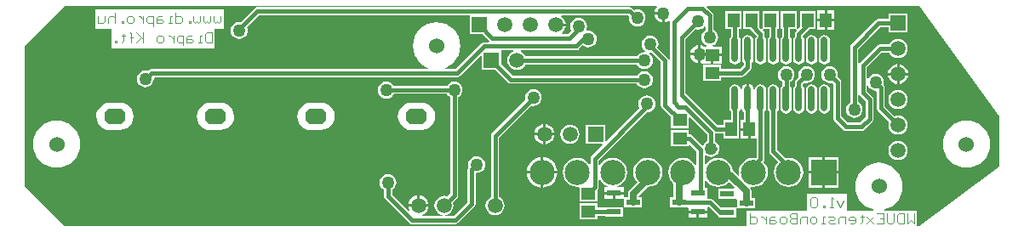
<source format=gbl>
%FSLAX25Y25*%
%MOIN*%
G70*
G01*
G75*
G04 Layer_Physical_Order=2*
G04 Layer_Color=16711680*
%ADD10R,0.04724X0.05315*%
%ADD11R,0.08071X0.01575*%
%ADD12R,0.04331X0.02559*%
%ADD13R,0.05315X0.04724*%
%ADD14R,0.04724X0.05512*%
%ADD15R,0.05512X0.04724*%
%ADD16R,0.07284X0.04724*%
%ADD17C,0.01500*%
%ADD18C,0.02500*%
%ADD19C,0.01000*%
%ADD20C,0.06000*%
%ADD21C,0.05906*%
%ADD22R,0.05906X0.05906*%
%ADD23R,0.05906X0.05906*%
%ADD24C,0.09843*%
%ADD25R,0.09843X0.09843*%
G04:AMPARAMS|DCode=26|XSize=78.74mil|YSize=60mil|CornerRadius=0mil|HoleSize=0mil|Usage=FLASHONLY|Rotation=0.000|XOffset=0mil|YOffset=0mil|HoleType=Round|Shape=Octagon|*
%AMOCTAGOND26*
4,1,8,0.03937,-0.01500,0.03937,0.01500,0.02437,0.03000,-0.02437,0.03000,-0.03937,0.01500,-0.03937,-0.01500,-0.02437,-0.03000,0.02437,-0.03000,0.03937,-0.01500,0.0*
%
%ADD26OCTAGOND26*%

%ADD27C,0.05000*%
%ADD28R,0.05512X0.02362*%
%ADD29O,0.02756X0.09843*%
%ADD30C,0.00394*%
G36*
X-67064Y431059D02*
X-65871Y430143D01*
X-64482Y429568D01*
X-62992Y429372D01*
X-61502Y429568D01*
X-60113Y430143D01*
X-58921Y431059D01*
X-58900Y431085D01*
X-58402Y431117D01*
X-56577Y429293D01*
X-56768Y428831D01*
X-62992D01*
Y424894D01*
X-55905D01*
Y424894D01*
X-55865D01*
X-55512Y424540D01*
Y421350D01*
X-55905D01*
Y421350D01*
X-61980D01*
X-65057Y424427D01*
X-65566Y424767D01*
X-65665Y424787D01*
X-66165Y424886D01*
X-67323D01*
Y425091D01*
X-67323D01*
Y429028D01*
X-68279D01*
Y431865D01*
X-67805Y432025D01*
X-67064Y431059D01*
D02*
G37*
G36*
X-53748Y460104D02*
X-53630Y459509D01*
X-53104Y458723D01*
X-52957Y458624D01*
Y455815D01*
X-54150D01*
Y452559D01*
X-50787D01*
Y452059D01*
X-50287D01*
Y448303D01*
X-47957D01*
Y441102D01*
X-48333Y440772D01*
X-49213Y440888D01*
X-50703Y440692D01*
X-52092Y440116D01*
X-53284Y439201D01*
X-54199Y438009D01*
X-54774Y436620D01*
X-54971Y435130D01*
X-54834Y434095D01*
X-55283Y433874D01*
X-57340Y435931D01*
X-57430Y436620D01*
X-58006Y438009D01*
X-58921Y439201D01*
X-60113Y440116D01*
X-61502Y440692D01*
X-62992Y440888D01*
X-64482Y440692D01*
X-65871Y440116D01*
X-67064Y439201D01*
X-67805Y438235D01*
X-68279Y438395D01*
Y441664D01*
X-67830Y441885D01*
X-67445Y441589D01*
X-66645Y441258D01*
X-65787Y441145D01*
X-64929Y441258D01*
X-64129Y441589D01*
X-63443Y442116D01*
X-62916Y442803D01*
X-62585Y443602D01*
X-62471Y444461D01*
X-62585Y445319D01*
X-62916Y446118D01*
X-63443Y446805D01*
X-64129Y447332D01*
X-64220Y447370D01*
Y450234D01*
X-63906Y450492D01*
X-61024D01*
Y448516D01*
X-54724D01*
Y455602D01*
X-54822D01*
Y458885D01*
X-54350Y459592D01*
X-54248Y460104D01*
X-53748D01*
D02*
G37*
G36*
X-87061Y500447D02*
X-86906Y499988D01*
X-87467Y499257D01*
X-87819Y498406D01*
X-87874Y497992D01*
X-84409D01*
Y497492D01*
X-83909D01*
Y494028D01*
X-83496Y494082D01*
X-82644Y494435D01*
X-82259Y494731D01*
X-81834Y494467D01*
X-81883Y494224D01*
Y479557D01*
X-82380Y479508D01*
X-82398Y479600D01*
X-82738Y480108D01*
X-86708Y484078D01*
X-86474Y484642D01*
X-86361Y485500D01*
X-86474Y486358D01*
X-86806Y487158D01*
X-87333Y487845D01*
X-88019Y488372D01*
X-88819Y488703D01*
X-89677Y488816D01*
X-90535Y488703D01*
X-91335Y488372D01*
X-92022Y487845D01*
X-92549Y487158D01*
X-92880Y486358D01*
X-92993Y485500D01*
X-92880Y484642D01*
X-92549Y483842D01*
X-92022Y483155D01*
X-91504Y482758D01*
X-91695Y482296D01*
X-91847Y482316D01*
X-92705Y482203D01*
X-93504Y481872D01*
X-94191Y481345D01*
X-94718Y480658D01*
X-94755Y480568D01*
X-138289D01*
X-138465Y480993D01*
X-139065Y481774D01*
X-139846Y482373D01*
X-140392Y482600D01*
X-140295Y483090D01*
X-118543D01*
X-118043Y483189D01*
X-117943Y483209D01*
X-117435Y483549D01*
X-116035Y484949D01*
X-115556Y484581D01*
X-114756Y484250D01*
X-113898Y484137D01*
X-113040Y484250D01*
X-112240Y484581D01*
X-111553Y485108D01*
X-111026Y485795D01*
X-110695Y486595D01*
X-110582Y487453D01*
X-110695Y488311D01*
X-111026Y489111D01*
X-111553Y489797D01*
X-112240Y490324D01*
X-113040Y490656D01*
X-113898Y490768D01*
X-114367Y490707D01*
X-114671Y491103D01*
X-114435Y491673D01*
X-114322Y492531D01*
X-114435Y493390D01*
X-114766Y494189D01*
X-115293Y494876D01*
X-115980Y495403D01*
X-116780Y495734D01*
X-117638Y495847D01*
X-118496Y495734D01*
X-119296Y495403D01*
X-119982Y494876D01*
X-120509Y494189D01*
X-120841Y493390D01*
X-120954Y492531D01*
X-120841Y491673D01*
X-120509Y490874D01*
X-120370Y490693D01*
X-121689Y489375D01*
X-124073D01*
X-124234Y489848D01*
X-123795Y490185D01*
X-123161Y491011D01*
X-122763Y491972D01*
X-122693Y492504D01*
X-126614D01*
Y493504D01*
X-122693D01*
X-122763Y494036D01*
X-123161Y494997D01*
X-123795Y495823D01*
X-124439Y496317D01*
X-124278Y496791D01*
X-98248D01*
X-97910Y496453D01*
X-98001Y495760D01*
X-97888Y494902D01*
X-97557Y494102D01*
X-97030Y493415D01*
X-96343Y492888D01*
X-95543Y492557D01*
X-94685Y492444D01*
X-93827Y492557D01*
X-93027Y492888D01*
X-92340Y493415D01*
X-91813Y494102D01*
X-91482Y494902D01*
X-91369Y495760D01*
X-91482Y496618D01*
X-91813Y497418D01*
X-92340Y498104D01*
X-93027Y498631D01*
X-93827Y498963D01*
X-94685Y499076D01*
X-95543Y498963D01*
X-95856Y498833D01*
X-96490Y499467D01*
X-96999Y499806D01*
X-97098Y499826D01*
X-97598Y499926D01*
X-243543D01*
X-244143Y499806D01*
X-244652Y499467D01*
X-249993Y494125D01*
X-250512Y494194D01*
X-251370Y494081D01*
X-252170Y493750D01*
X-252856Y493223D01*
X-253383Y492536D01*
X-253715Y491736D01*
X-253828Y490878D01*
X-253715Y490020D01*
X-253383Y489220D01*
X-252856Y488533D01*
X-252170Y488006D01*
X-251370Y487675D01*
X-250512Y487562D01*
X-249654Y487675D01*
X-248854Y488006D01*
X-248167Y488533D01*
X-247640Y489220D01*
X-247309Y490020D01*
X-247196Y490878D01*
X-247309Y491736D01*
X-247496Y492188D01*
X-242894Y496791D01*
X-160354D01*
Y496744D01*
X-160354D01*
Y489264D01*
X-155091D01*
X-152526Y486699D01*
X-152842Y486225D01*
X-154449D01*
X-155049Y486106D01*
X-155557Y485766D01*
X-165728Y475595D01*
X-169787D01*
X-169860Y476090D01*
X-169671Y476147D01*
X-168063Y477006D01*
X-166655Y478162D01*
X-165498Y479571D01*
X-164639Y481179D01*
X-164110Y482923D01*
X-163932Y484736D01*
X-164110Y486550D01*
X-164639Y488294D01*
X-165498Y489901D01*
X-166655Y491310D01*
X-168063Y492466D01*
X-169671Y493325D01*
X-171415Y493854D01*
X-173228Y494033D01*
X-175042Y493854D01*
X-176786Y493325D01*
X-178393Y492466D01*
X-179802Y491310D01*
X-180958Y489901D01*
X-181817Y488294D01*
X-182346Y486550D01*
X-182525Y484736D01*
X-182346Y482923D01*
X-181817Y481179D01*
X-180958Y479571D01*
X-179802Y478162D01*
X-178393Y477006D01*
X-176786Y476147D01*
X-176596Y476090D01*
X-176670Y475595D01*
X-285000D01*
X-285600Y475476D01*
X-285769Y475363D01*
X-286108Y475136D01*
X-286279Y474965D01*
X-286425Y475026D01*
X-287283Y475139D01*
X-288142Y475026D01*
X-288941Y474694D01*
X-289628Y474167D01*
X-290155Y473481D01*
X-290486Y472681D01*
X-290599Y471823D01*
X-290486Y470965D01*
X-290155Y470165D01*
X-289628Y469478D01*
X-288941Y468951D01*
X-288142Y468620D01*
X-287283Y468507D01*
X-286425Y468620D01*
X-285626Y468951D01*
X-284939Y469478D01*
X-284412Y470165D01*
X-284081Y470965D01*
X-283968Y471823D01*
X-284002Y472084D01*
X-283672Y472460D01*
X-165079D01*
X-164578Y472560D01*
X-164479Y472579D01*
X-163970Y472919D01*
X-155934Y480955D01*
X-155472Y480764D01*
Y475366D01*
X-150209D01*
X-145234Y470392D01*
X-144726Y470052D01*
X-144626Y470032D01*
X-144126Y469933D01*
X-94755D01*
X-94718Y469842D01*
X-94191Y469155D01*
X-93504Y468629D01*
X-92705Y468297D01*
X-91847Y468184D01*
X-90988Y468297D01*
X-90189Y468629D01*
X-89502Y469155D01*
X-88975Y469842D01*
X-88644Y470642D01*
X-88531Y471500D01*
X-88644Y472358D01*
X-88975Y473158D01*
X-89502Y473845D01*
X-90189Y474371D01*
X-90988Y474703D01*
X-91847Y474816D01*
X-92705Y474703D01*
X-93504Y474371D01*
X-94191Y473845D01*
X-94718Y473158D01*
X-94755Y473068D01*
X-143477D01*
X-147992Y477583D01*
Y482846D01*
D01*
Y482846D01*
X-147749Y483090D01*
X-143170D01*
X-143072Y482600D01*
X-143619Y482373D01*
X-144400Y481774D01*
X-144999Y480993D01*
X-145376Y480083D01*
X-145505Y479106D01*
X-145376Y478130D01*
X-144999Y477220D01*
X-144400Y476439D01*
X-143619Y475839D01*
X-142709Y475462D01*
X-141732Y475334D01*
X-140756Y475462D01*
X-139846Y475839D01*
X-139065Y476439D01*
X-138465Y477220D01*
X-138377Y477432D01*
X-94755D01*
X-94718Y477342D01*
X-94191Y476655D01*
X-93504Y476128D01*
X-92705Y475797D01*
X-91847Y475684D01*
X-90988Y475797D01*
X-90189Y476128D01*
X-89502Y476655D01*
X-88975Y477342D01*
X-88644Y478142D01*
X-88531Y479000D01*
X-88644Y479858D01*
X-88975Y480658D01*
X-89502Y481345D01*
X-90020Y481742D01*
X-89829Y482204D01*
X-89677Y482184D01*
X-89297Y482234D01*
X-85414Y478351D01*
Y461496D01*
X-85314Y460996D01*
X-85295Y460896D01*
X-84955Y460388D01*
X-81398Y456830D01*
Y452453D01*
X-74508D01*
Y456481D01*
X-74046Y456673D01*
X-67355Y449981D01*
Y447370D01*
X-67445Y447332D01*
X-68132Y446805D01*
X-68659Y446118D01*
X-68806Y445764D01*
X-69296Y445666D01*
X-73254Y449624D01*
X-73762Y449964D01*
X-73862Y449984D01*
X-74362Y450083D01*
X-74508D01*
Y451665D01*
X-81398D01*
Y445366D01*
X-74508D01*
Y445791D01*
X-74046Y445983D01*
X-71414Y443351D01*
Y438303D01*
X-71887Y438142D01*
X-72700Y439201D01*
X-73893Y440116D01*
X-75281Y440692D01*
X-76772Y440888D01*
X-78262Y440692D01*
X-79651Y440116D01*
X-80843Y439201D01*
X-81758Y438009D01*
X-82333Y436620D01*
X-82530Y435130D01*
X-82333Y433640D01*
X-81758Y432251D01*
X-80843Y431059D01*
X-80424Y430737D01*
Y425287D01*
X-81890D01*
Y421350D01*
X-78894D01*
X-78347Y421242D01*
X-77799Y421350D01*
X-74803D01*
D01*
X-74803D01*
X-74622Y421169D01*
Y420079D01*
X-67110D01*
Y421394D01*
X-66648Y421585D01*
X-63337Y418273D01*
X-62992Y418043D01*
Y417413D01*
X-55905D01*
Y421153D01*
X-55512D01*
Y421153D01*
X-52516D01*
X-51968Y421045D01*
X-51421Y421153D01*
X-48425D01*
Y425091D01*
X-49891D01*
Y427622D01*
X-50049Y428417D01*
X-50493Y429081D01*
X-50467Y429124D01*
X-50102Y429489D01*
X-49213Y429372D01*
X-47722Y429568D01*
X-46334Y430143D01*
X-45141Y431059D01*
X-44226Y432251D01*
X-43651Y433640D01*
X-43455Y435130D01*
X-43651Y436620D01*
X-44226Y438009D01*
X-45141Y439201D01*
X-45236Y439274D01*
X-44942Y439715D01*
X-44822Y440315D01*
Y458885D01*
X-44350Y459592D01*
X-44182Y460437D01*
Y467524D01*
X-44350Y468368D01*
X-44829Y469085D01*
X-45545Y469563D01*
X-46390Y469731D01*
X-47235Y469563D01*
X-47951Y469085D01*
X-48430Y468368D01*
X-48531Y467856D01*
X-49031D01*
X-49150Y468451D01*
X-49675Y469238D01*
X-50462Y469764D01*
X-50890Y469849D01*
Y463980D01*
X-51890D01*
Y469849D01*
X-52318Y469764D01*
X-53104Y469238D01*
X-53630Y468451D01*
X-53748Y467856D01*
X-54248D01*
X-54350Y468368D01*
X-54829Y469085D01*
X-55545Y469563D01*
X-56390Y469731D01*
X-57235Y469563D01*
X-57951Y469085D01*
X-58429Y468368D01*
X-58597Y467524D01*
Y460437D01*
X-58429Y459592D01*
X-57957Y458885D01*
Y455602D01*
X-61024D01*
Y453627D01*
X-63256D01*
X-75779Y466149D01*
Y487288D01*
X-71795Y491272D01*
X-71705Y491234D01*
X-70846Y491121D01*
X-69988Y491234D01*
X-69189Y491566D01*
X-68502Y492092D01*
X-68380Y492252D01*
X-67906Y492091D01*
Y490992D01*
X-67997Y490954D01*
X-68683Y490427D01*
X-69210Y489741D01*
X-69541Y488941D01*
X-69654Y488083D01*
X-69541Y487224D01*
X-69210Y486425D01*
X-68683Y485738D01*
X-67997Y485211D01*
X-67597Y485045D01*
X-67694Y484555D01*
X-68579D01*
X-68581Y484557D01*
X-69433Y484910D01*
X-69846Y484964D01*
Y481500D01*
Y478036D01*
X-69433Y478090D01*
X-69110Y477875D01*
Y477831D01*
X-65854D01*
Y481193D01*
X-65354D01*
Y481693D01*
X-61598D01*
Y484555D01*
X-64983D01*
X-65081Y485045D01*
X-64681Y485211D01*
X-63994Y485738D01*
X-63467Y486425D01*
X-63136Y487224D01*
X-63023Y488083D01*
X-63136Y488941D01*
X-63467Y489741D01*
X-63994Y490427D01*
X-64681Y490954D01*
X-64771Y490992D01*
Y496702D01*
X-64890Y497302D01*
X-65003Y497471D01*
X-65230Y497810D01*
X-67401Y499982D01*
X-67210Y500444D01*
X15787Y500430D01*
X15787Y500430D01*
X47244Y457177D01*
Y457059D01*
X47205Y457020D01*
Y437463D01*
X15787Y413900D01*
D01*
X15778Y413909D01*
X14835D01*
Y420117D01*
X2254D01*
X2181Y420611D01*
X3558Y421029D01*
X5165Y421888D01*
X6574Y423044D01*
X7730Y424453D01*
X8589Y426060D01*
X9118Y427804D01*
X9297Y429618D01*
X9118Y431432D01*
X8589Y433176D01*
X7730Y434783D01*
X6574Y436192D01*
X5165Y437348D01*
X3558Y438207D01*
X1814Y438736D01*
X0Y438915D01*
X-1814Y438736D01*
X-3558Y438207D01*
X-5165Y437348D01*
X-6574Y436192D01*
X-7730Y434783D01*
X-8589Y433176D01*
X-9118Y431432D01*
X-9297Y429618D01*
X-9118Y427804D01*
X-8589Y426060D01*
X-7730Y424453D01*
X-6574Y423044D01*
X-5165Y421888D01*
X-3558Y421029D01*
X-2181Y420611D01*
X-2254Y420117D01*
X-12665D01*
Y420117D01*
Y420319D01*
X-12665Y420470D01*
X-12665Y420470D01*
X-12665D01*
Y426617D01*
X-28147D01*
Y420470D01*
X-28147Y420470D01*
X-28147D01*
X-28147Y420319D01*
X-28349Y420117D01*
X-51811D01*
Y413909D01*
X-318937D01*
X-334646Y429618D01*
Y429776D01*
X-334606Y429815D01*
Y484776D01*
X-318898Y500484D01*
X-318858D01*
X-87061Y500447D01*
D02*
G37*
%LPC*%
G36*
X-127103Y449590D02*
X-130524D01*
Y446170D01*
X-129992Y446240D01*
X-129030Y446638D01*
X-128205Y447271D01*
X-127571Y448097D01*
X-127173Y449059D01*
X-127103Y449590D01*
D02*
G37*
G36*
X-131524D02*
X-134945D01*
X-134875Y449059D01*
X-134476Y448097D01*
X-133843Y447271D01*
X-133017Y446638D01*
X-132055Y446240D01*
X-131524Y446170D01*
Y449590D01*
D02*
G37*
G36*
X7480Y447485D02*
X6504Y447357D01*
X5594Y446980D01*
X4813Y446380D01*
X4213Y445599D01*
X3836Y444689D01*
X3708Y443713D01*
X3836Y442736D01*
X4213Y441826D01*
X4813Y441045D01*
X5594Y440446D01*
X6504Y440069D01*
X7480Y439940D01*
X8457Y440069D01*
X9366Y440446D01*
X10148Y441045D01*
X10747Y441826D01*
X11124Y442736D01*
X11253Y443713D01*
X11124Y444689D01*
X10747Y445599D01*
X10148Y446380D01*
X9366Y446980D01*
X8457Y447357D01*
X7480Y447485D01*
D02*
G37*
G36*
X-15732Y441051D02*
X-21154D01*
Y435630D01*
X-15732D01*
Y441051D01*
D02*
G37*
G36*
X-322008Y455529D02*
X-323822Y455350D01*
X-325566Y454821D01*
X-327173Y453962D01*
X-328582Y452806D01*
X-329738Y451397D01*
X-330597Y449790D01*
X-331126Y448046D01*
X-331305Y446232D01*
X-331126Y444419D01*
X-330597Y442675D01*
X-329738Y441067D01*
X-328582Y439658D01*
X-327173Y438502D01*
X-325566Y437643D01*
X-323822Y437114D01*
X-322008Y436936D01*
X-320194Y437114D01*
X-318450Y437643D01*
X-316843Y438502D01*
X-315434Y439658D01*
X-314278Y441067D01*
X-313419Y442675D01*
X-312890Y444419D01*
X-312711Y446232D01*
X-312890Y448046D01*
X-313419Y449790D01*
X-314278Y451397D01*
X-315434Y452806D01*
X-316843Y453962D01*
X-318450Y454821D01*
X-320194Y455350D01*
X-322008Y455529D01*
D02*
G37*
G36*
X34291D02*
X32478Y455350D01*
X30734Y454821D01*
X29126Y453962D01*
X27718Y452806D01*
X26561Y451397D01*
X25702Y449790D01*
X25173Y448046D01*
X24995Y446232D01*
X25173Y444419D01*
X25702Y442675D01*
X26561Y441067D01*
X27718Y439658D01*
X29126Y438502D01*
X30734Y437643D01*
X32478Y437114D01*
X34291Y436936D01*
X36105Y437114D01*
X37849Y437643D01*
X39456Y438502D01*
X40865Y439658D01*
X42021Y441067D01*
X42880Y442675D01*
X43409Y444419D01*
X43588Y446232D01*
X43409Y448046D01*
X42880Y449790D01*
X42021Y451397D01*
X40865Y452806D01*
X39456Y453962D01*
X37849Y454821D01*
X36105Y455350D01*
X34291Y455529D01*
D02*
G37*
G36*
X-130524Y454012D02*
Y450591D01*
X-127103D01*
X-127173Y451122D01*
X-127571Y452084D01*
X-128205Y452910D01*
X-129030Y453543D01*
X-129992Y453942D01*
X-130524Y454012D01*
D02*
G37*
G36*
X-297310Y462499D02*
X-301247Y462451D01*
X-302632Y462251D01*
X-303918Y461700D01*
X-305018Y460834D01*
X-305856Y459714D01*
X-306376Y458414D01*
X-306541Y457025D01*
X-306342Y455640D01*
X-305790Y454353D01*
X-304925Y453253D01*
X-303804Y452415D01*
X-302505Y451895D01*
X-301115Y451730D01*
X-297179Y451778D01*
X-295794Y451977D01*
X-294507Y452529D01*
X-293408Y453394D01*
X-292569Y454515D01*
X-292050Y455814D01*
X-291884Y457204D01*
X-292083Y458589D01*
X-292635Y459875D01*
X-293500Y460975D01*
X-294621Y461813D01*
X-295920Y462333D01*
X-297310Y462499D01*
D02*
G37*
G36*
X-257940D02*
X-261876Y462451D01*
X-263262Y462251D01*
X-264548Y461700D01*
X-265648Y460834D01*
X-266486Y459714D01*
X-267006Y458414D01*
X-267171Y457025D01*
X-266972Y455640D01*
X-266420Y454353D01*
X-265555Y453253D01*
X-264434Y452415D01*
X-263135Y451895D01*
X-261745Y451730D01*
X-257809Y451778D01*
X-256423Y451977D01*
X-255137Y452529D01*
X-254037Y453394D01*
X-253199Y454515D01*
X-252679Y455814D01*
X-252514Y457204D01*
X-252713Y458589D01*
X-253265Y459875D01*
X-254130Y460975D01*
X-255251Y461813D01*
X-256550Y462333D01*
X-257940Y462499D01*
D02*
G37*
G36*
X-121024Y453863D02*
X-122000Y453734D01*
X-122910Y453358D01*
X-123691Y452758D01*
X-124291Y451977D01*
X-124668Y451067D01*
X-124796Y450091D01*
X-124668Y449114D01*
X-124291Y448204D01*
X-123691Y447423D01*
X-122910Y446824D01*
X-122000Y446447D01*
X-121024Y446318D01*
X-120047Y446447D01*
X-119137Y446824D01*
X-118356Y447423D01*
X-117757Y448204D01*
X-117380Y449114D01*
X-117251Y450091D01*
X-117380Y451067D01*
X-117757Y451977D01*
X-118356Y452758D01*
X-119137Y453358D01*
X-120047Y453734D01*
X-121024Y453863D01*
D02*
G37*
G36*
X-51287Y451559D02*
X-54150D01*
Y448303D01*
X-51287D01*
Y451559D01*
D02*
G37*
G36*
X-131524Y454012D02*
X-132055Y453942D01*
X-133017Y453543D01*
X-133843Y452910D01*
X-134476Y452084D01*
X-134875Y451122D01*
X-134945Y450591D01*
X-131524D01*
Y454012D01*
D02*
G37*
G36*
X-22154Y441051D02*
X-27575D01*
Y435630D01*
X-22154D01*
Y441051D01*
D02*
G37*
G36*
X-179854Y426059D02*
Y422638D01*
X-176433D01*
X-176503Y423170D01*
X-176902Y424131D01*
X-177535Y424957D01*
X-178361Y425591D01*
X-179323Y425989D01*
X-179854Y426059D01*
D02*
G37*
G36*
X-104240Y426559D02*
X-107496D01*
Y424878D01*
X-104240D01*
Y426559D01*
D02*
G37*
G36*
X-90551Y440888D02*
X-92041Y440692D01*
X-93430Y440116D01*
X-94623Y439201D01*
X-95538Y438009D01*
X-96113Y436620D01*
X-96309Y435130D01*
X-96113Y433640D01*
X-95538Y432251D01*
X-94667Y431117D01*
X-97729Y428055D01*
X-98179Y427382D01*
X-98337Y426587D01*
Y425287D01*
X-99631D01*
X-99631Y425287D01*
Y425287D01*
X-99803Y425287D01*
Y425287D01*
X-99803D01*
X-99984Y425468D01*
Y426559D01*
X-103240D01*
Y424878D01*
X-100157D01*
X-100157Y424878D01*
Y424878D01*
X-99984Y424878D01*
Y424878D01*
X-99984D01*
X-99803Y424697D01*
Y421547D01*
X-100197D01*
Y421547D01*
X-107283D01*
Y421343D01*
X-110335D01*
Y422925D01*
X-117224D01*
Y416626D01*
X-110335D01*
Y418208D01*
X-107283D01*
Y417610D01*
X-100197D01*
Y421350D01*
X-99803D01*
Y421350D01*
X-96807D01*
X-96260Y421242D01*
X-95713Y421350D01*
X-92716D01*
Y425287D01*
X-93968D01*
X-94159Y425749D01*
X-90535Y429374D01*
X-89061Y429568D01*
X-87672Y430143D01*
X-86480Y431059D01*
X-85565Y432251D01*
X-84990Y433640D01*
X-84793Y435130D01*
X-84990Y436620D01*
X-85565Y438009D01*
X-86480Y439201D01*
X-87672Y440116D01*
X-89061Y440692D01*
X-90551Y440888D01*
D02*
G37*
G36*
X-71366Y419079D02*
X-74622D01*
Y417398D01*
X-71366D01*
Y419079D01*
D02*
G37*
G36*
X-67110D02*
X-70366D01*
Y417398D01*
X-67110D01*
Y419079D01*
D02*
G37*
G36*
X-180854Y426059D02*
X-181386Y425989D01*
X-182348Y425591D01*
X-183174Y424957D01*
X-183807Y424131D01*
X-184205Y423170D01*
X-184275Y422638D01*
X-180854D01*
Y426059D01*
D02*
G37*
G36*
X-22154Y434630D02*
X-27575D01*
Y429209D01*
X-22154D01*
Y434630D01*
D02*
G37*
G36*
X-41390Y469731D02*
X-42235Y469563D01*
X-42951Y469085D01*
X-43429Y468368D01*
X-43597Y467524D01*
Y460437D01*
X-43429Y459592D01*
X-42957Y458885D01*
Y443449D01*
X-42858Y442948D01*
X-42838Y442849D01*
X-42498Y442340D01*
X-39496Y439338D01*
X-39505Y439201D01*
X-40420Y438009D01*
X-40995Y436620D01*
X-41191Y435130D01*
X-40995Y433640D01*
X-40420Y432251D01*
X-39505Y431059D01*
X-38312Y430143D01*
X-36923Y429568D01*
X-35433Y429372D01*
X-33943Y429568D01*
X-32554Y430143D01*
X-31362Y431059D01*
X-30447Y432251D01*
X-29871Y433640D01*
X-29675Y435130D01*
X-29871Y436620D01*
X-30447Y438009D01*
X-31362Y439201D01*
X-32554Y440116D01*
X-33943Y440692D01*
X-35433Y440888D01*
X-36475Y440751D01*
X-39822Y444098D01*
Y458885D01*
X-39350Y459592D01*
X-39182Y460437D01*
Y467524D01*
X-39350Y468368D01*
X-39829Y469085D01*
X-40545Y469563D01*
X-41390Y469731D01*
D02*
G37*
G36*
X-132390Y441031D02*
X-133051Y440966D01*
X-134167Y440627D01*
X-135195Y440077D01*
X-136097Y439337D01*
X-136837Y438436D01*
X-137387Y437407D01*
X-137725Y436291D01*
X-137790Y435630D01*
X-132390D01*
Y441031D01*
D02*
G37*
G36*
X-131390D02*
Y435630D01*
X-125989D01*
X-126054Y436291D01*
X-126393Y437407D01*
X-126943Y438436D01*
X-127682Y439337D01*
X-128584Y440077D01*
X-129613Y440627D01*
X-130729Y440966D01*
X-131390Y441031D01*
D02*
G37*
G36*
X-15732Y434630D02*
X-21154D01*
Y429209D01*
X-15732D01*
Y434630D01*
D02*
G37*
G36*
X-132390D02*
X-137790D01*
X-137725Y433969D01*
X-137387Y432853D01*
X-136837Y431824D01*
X-136097Y430923D01*
X-135195Y430183D01*
X-134167Y429633D01*
X-133051Y429294D01*
X-132390Y429229D01*
Y434630D01*
D02*
G37*
G36*
X-125989D02*
X-131390D01*
Y429229D01*
X-130729Y429294D01*
X-129613Y429633D01*
X-128584Y430183D01*
X-127682Y430923D01*
X-126943Y431824D01*
X-126393Y432853D01*
X-126054Y433969D01*
X-125989Y434630D01*
D02*
G37*
G36*
X-218570Y462499D02*
X-222506Y462451D01*
X-223891Y462251D01*
X-225178Y461700D01*
X-226277Y460834D01*
X-227116Y459714D01*
X-227636Y458414D01*
X-227801Y457025D01*
X-227602Y455640D01*
X-227050Y454353D01*
X-226185Y453253D01*
X-225064Y452415D01*
X-223765Y451895D01*
X-222375Y451730D01*
X-218439Y451778D01*
X-217054Y451977D01*
X-215767Y452529D01*
X-214667Y453394D01*
X-213829Y454515D01*
X-213309Y455814D01*
X-213144Y457204D01*
X-213343Y458589D01*
X-213895Y459875D01*
X-214760Y460975D01*
X-215881Y461813D01*
X-217180Y462333D01*
X-218570Y462499D01*
D02*
G37*
G36*
X-70846Y484964D02*
X-71260Y484910D01*
X-72112Y484557D01*
X-72843Y483996D01*
X-73404Y483265D01*
X-73756Y482414D01*
X-73811Y482000D01*
X-70846D01*
Y484964D01*
D02*
G37*
G36*
X-256693Y498947D02*
X-306940D01*
Y491338D01*
X-300447D01*
Y483739D01*
X-260039D01*
Y491338D01*
X-256693D01*
Y498947D01*
D02*
G37*
G36*
X11220Y497453D02*
X3740D01*
Y495280D01*
X-134D01*
X-734Y495161D01*
X-1242Y494821D01*
X-10790Y485274D01*
X-11129Y484765D01*
X-11149Y484666D01*
X-11249Y484165D01*
Y462744D01*
X-11339Y462706D01*
X-12026Y462179D01*
X-12553Y461492D01*
X-12884Y460693D01*
X-12997Y459835D01*
X-12884Y458977D01*
X-12553Y458177D01*
X-12026Y457490D01*
X-11339Y456963D01*
X-10539Y456632D01*
X-9681Y456519D01*
X-8823Y456632D01*
X-8023Y456963D01*
X-7337Y457490D01*
X-6810Y458177D01*
X-6478Y458977D01*
X-6365Y459835D01*
X-6478Y460693D01*
X-6810Y461492D01*
X-7337Y462179D01*
X-8023Y462706D01*
X-8114Y462744D01*
Y465516D01*
X-7635Y465661D01*
X-7455Y465392D01*
X-5201Y463138D01*
Y456862D01*
X-7496Y454567D01*
X-12197D01*
X-14779Y457149D01*
Y470500D01*
X-14878Y471000D01*
X-14898Y471100D01*
X-15238Y471608D01*
X-16181Y472551D01*
X-16144Y472642D01*
X-16031Y473500D01*
X-16144Y474358D01*
X-16475Y475158D01*
X-17002Y475845D01*
X-17689Y476371D01*
X-18488Y476703D01*
X-19346Y476816D01*
X-20205Y476703D01*
X-21004Y476371D01*
X-21691Y475845D01*
X-22218Y475158D01*
X-22549Y474358D01*
X-22662Y473500D01*
X-22549Y472642D01*
X-22218Y471842D01*
X-21691Y471155D01*
X-21004Y470628D01*
X-20205Y470297D01*
X-19346Y470184D01*
X-18488Y470297D01*
X-18398Y470335D01*
X-17914Y469851D01*
Y456500D01*
X-17814Y456000D01*
X-17795Y455900D01*
X-17455Y455392D01*
X-13955Y451892D01*
X-13446Y451552D01*
X-12846Y451433D01*
X-6847D01*
X-6346Y451532D01*
X-6247Y451552D01*
X-5738Y451892D01*
X-2526Y455104D01*
X-2186Y455613D01*
X-2166Y455712D01*
X-2066Y456213D01*
Y463787D01*
X-2186Y464387D01*
X-2526Y464896D01*
X-4779Y467149D01*
Y468915D01*
X-4289Y469012D01*
X-4218Y468842D01*
X-3691Y468155D01*
X-3004Y467628D01*
X-2205Y467297D01*
X-1347Y467184D01*
X-1290Y467192D01*
X-914Y466862D01*
Y460539D01*
X-814Y460039D01*
X-795Y459939D01*
X-455Y459431D01*
X3968Y455008D01*
X3836Y454689D01*
X3708Y453713D01*
X3836Y452736D01*
X4213Y451826D01*
X4813Y451045D01*
X5594Y450446D01*
X6504Y450069D01*
X7480Y449940D01*
X8457Y450069D01*
X9366Y450446D01*
X10148Y451045D01*
X10747Y451826D01*
X11124Y452736D01*
X11253Y453713D01*
X11124Y454689D01*
X10747Y455599D01*
X10148Y456380D01*
X9366Y456980D01*
X8457Y457357D01*
X7480Y457485D01*
X6504Y457357D01*
X6185Y457225D01*
X2221Y461189D01*
Y468500D01*
X2102Y469100D01*
X1812Y469534D01*
X1856Y469642D01*
X1969Y470500D01*
X1856Y471358D01*
X1525Y472158D01*
X998Y472845D01*
X311Y473372D01*
X-488Y473703D01*
X-1347Y473816D01*
X-2205Y473703D01*
X-3004Y473372D01*
X-3691Y472845D01*
X-4218Y472158D01*
X-4289Y471988D01*
X-4779Y472085D01*
Y476351D01*
X1015Y482145D01*
X4081D01*
X4213Y481826D01*
X4813Y481045D01*
X5594Y480446D01*
X6504Y480069D01*
X7480Y479940D01*
X8457Y480069D01*
X9366Y480446D01*
X10148Y481045D01*
X10747Y481826D01*
X11124Y482736D01*
X11253Y483713D01*
X11124Y484689D01*
X10747Y485599D01*
X10148Y486380D01*
X9366Y486980D01*
X8457Y487357D01*
X7480Y487485D01*
X6504Y487357D01*
X5594Y486980D01*
X4813Y486380D01*
X4213Y485599D01*
X4081Y485280D01*
X366D01*
X-134Y485181D01*
X-234Y485161D01*
X-742Y484821D01*
X-7455Y478108D01*
X-7635Y477839D01*
X-8114Y477984D01*
Y483516D01*
X515Y492145D01*
X3740D01*
Y489972D01*
X11220D01*
Y497453D01*
D02*
G37*
G36*
X-70846Y481000D02*
X-73811D01*
X-73756Y480586D01*
X-73404Y479735D01*
X-72843Y479004D01*
X-72112Y478443D01*
X-71260Y478090D01*
X-70846Y478036D01*
Y481000D01*
D02*
G37*
G36*
X-26390Y489023D02*
X-27235Y488855D01*
X-27951Y488376D01*
X-28429Y487660D01*
X-28598Y486815D01*
Y479728D01*
X-28429Y478884D01*
X-27951Y478167D01*
X-27235Y477689D01*
X-26390Y477521D01*
X-25545Y477689D01*
X-24829Y478167D01*
X-24350Y478884D01*
X-24182Y479728D01*
Y486815D01*
X-24350Y487660D01*
X-24829Y488376D01*
X-25545Y488855D01*
X-26390Y489023D01*
D02*
G37*
G36*
X-21390D02*
X-22235Y488855D01*
X-22951Y488376D01*
X-23429Y487660D01*
X-23597Y486815D01*
Y479728D01*
X-23429Y478884D01*
X-22951Y478167D01*
X-22235Y477689D01*
X-21390Y477521D01*
X-20545Y477689D01*
X-19829Y478167D01*
X-19350Y478884D01*
X-19182Y479728D01*
Y486815D01*
X-19350Y487660D01*
X-19829Y488376D01*
X-20545Y488855D01*
X-21390Y489023D01*
D02*
G37*
G36*
X-61598Y480693D02*
X-64854D01*
Y477831D01*
X-61598D01*
Y480693D01*
D02*
G37*
G36*
X-84909Y496992D02*
X-87874D01*
X-87819Y496578D01*
X-87467Y495727D01*
X-86906Y494996D01*
X-86174Y494435D01*
X-85323Y494082D01*
X-84909Y494028D01*
Y496992D01*
D02*
G37*
G36*
X-21280Y498642D02*
X-24142D01*
Y495386D01*
X-21280D01*
Y498642D01*
D02*
G37*
G36*
X-17417D02*
X-20279D01*
Y495386D01*
X-17417D01*
Y498642D01*
D02*
G37*
G36*
X-39283Y498429D02*
X-45583D01*
Y491606D01*
X-45736Y491543D01*
X-45736Y491543D01*
X-46045Y491415D01*
X-46764Y492134D01*
Y498429D01*
X-53063D01*
Y491342D01*
X-50406D01*
X-47957Y488894D01*
Y488367D01*
X-48430Y487660D01*
X-48597Y486815D01*
Y479728D01*
X-48430Y478884D01*
X-47951Y478167D01*
X-47235Y477689D01*
X-46390Y477521D01*
X-45545Y477689D01*
X-44829Y478167D01*
X-44350Y478884D01*
X-44182Y479728D01*
Y486815D01*
X-44350Y487660D01*
X-44822Y488367D01*
Y489543D01*
X-44922Y490044D01*
X-44942Y490143D01*
X-45281Y490652D01*
X-45510Y490881D01*
X-45382Y491189D01*
X-45382Y491189D01*
X-45319Y491342D01*
X-42957D01*
Y488367D01*
X-43429Y487660D01*
X-43597Y486815D01*
Y479728D01*
X-43429Y478884D01*
X-42951Y478167D01*
X-42235Y477689D01*
X-41390Y477521D01*
X-40545Y477689D01*
X-39829Y478167D01*
X-39350Y478884D01*
X-39182Y479728D01*
Y486815D01*
X-39350Y487660D01*
X-39822Y488367D01*
Y491342D01*
X-39283D01*
Y498429D01*
D02*
G37*
G36*
X-21280Y494386D02*
X-24142D01*
Y491130D01*
X-21280D01*
Y494386D01*
D02*
G37*
G36*
X-17417D02*
X-20279D01*
Y491130D01*
X-17417D01*
Y494386D01*
D02*
G37*
G36*
X-24717Y498429D02*
X-31016D01*
Y492048D01*
X-31735Y491328D01*
X-31896Y491395D01*
Y491395D01*
X-32197Y491520D01*
Y498429D01*
X-38496D01*
Y491342D01*
X-37957D01*
Y488367D01*
X-38429Y487660D01*
X-38598Y486815D01*
Y479728D01*
X-38429Y478884D01*
X-37951Y478167D01*
X-37235Y477689D01*
X-36390Y477521D01*
X-35545Y477689D01*
X-34829Y478167D01*
X-34350Y478884D01*
X-34182Y479728D01*
Y486815D01*
X-34350Y487660D01*
X-34822Y488367D01*
Y491342D01*
X-32374D01*
X-32249Y491041D01*
X-32249D01*
X-32183Y490881D01*
X-32498Y490565D01*
X-32838Y490057D01*
X-32858Y489957D01*
X-32957Y489457D01*
Y488367D01*
X-33430Y487660D01*
X-33597Y486815D01*
Y479728D01*
X-33430Y478884D01*
X-32951Y478167D01*
X-32235Y477689D01*
X-31390Y477521D01*
X-30545Y477689D01*
X-29829Y478167D01*
X-29350Y478884D01*
X-29182Y479728D01*
Y486815D01*
X-29350Y487660D01*
X-29822Y488367D01*
Y488807D01*
X-27287Y491342D01*
X-24717D01*
Y498429D01*
D02*
G37*
G36*
X-53850D02*
X-60150D01*
Y491342D01*
X-57957D01*
Y488367D01*
X-58429Y487660D01*
X-58597Y486815D01*
Y479728D01*
X-58429Y478884D01*
X-57951Y478167D01*
X-57235Y477689D01*
X-56390Y477521D01*
X-55545Y477689D01*
X-54829Y478167D01*
X-54350Y478884D01*
X-54182Y479728D01*
Y486815D01*
X-54350Y487660D01*
X-54822Y488367D01*
Y491342D01*
X-53850D01*
Y498429D01*
D02*
G37*
G36*
X-90847Y465316D02*
X-91705Y465203D01*
X-92504Y464872D01*
X-93191Y464345D01*
X-93718Y463658D01*
X-94049Y462858D01*
X-94162Y462000D01*
X-94049Y461142D01*
X-93719Y460344D01*
X-106822Y447242D01*
X-107283Y447433D01*
Y453831D01*
X-114764D01*
Y446350D01*
X-108366D01*
X-108175Y445889D01*
X-112455Y441608D01*
X-112795Y441100D01*
X-112814Y441000D01*
X-112914Y440500D01*
Y438513D01*
X-113387Y438352D01*
X-114039Y439201D01*
X-115231Y440116D01*
X-116620Y440692D01*
X-118110Y440888D01*
X-119600Y440692D01*
X-120989Y440116D01*
X-122182Y439201D01*
X-123097Y438009D01*
X-123672Y436620D01*
X-123868Y435130D01*
X-123672Y433640D01*
X-123097Y432251D01*
X-122182Y431059D01*
X-120989Y430143D01*
X-119600Y429568D01*
X-118110Y429372D01*
X-117600Y429439D01*
X-117224Y429109D01*
Y423713D01*
X-110335D01*
Y428090D01*
X-110238Y428187D01*
X-109898Y428695D01*
X-109879Y428795D01*
X-109779Y429295D01*
Y432075D01*
X-109306Y432236D01*
X-108402Y431059D01*
X-107210Y430143D01*
X-106213Y429731D01*
X-106310Y429240D01*
X-107496D01*
Y427559D01*
X-99984D01*
Y429240D01*
X-102351D01*
X-102448Y429731D01*
X-101452Y430143D01*
X-100259Y431059D01*
X-99344Y432251D01*
X-98769Y433640D01*
X-98573Y435130D01*
X-98769Y436620D01*
X-99344Y438009D01*
X-100259Y439201D01*
X-101452Y440116D01*
X-102840Y440692D01*
X-104331Y440888D01*
X-105821Y440692D01*
X-107210Y440116D01*
X-108402Y439201D01*
X-109306Y438024D01*
X-109779Y438185D01*
Y439851D01*
X-90934Y458696D01*
X-90847Y458684D01*
X-89988Y458797D01*
X-89189Y459129D01*
X-88502Y459655D01*
X-87975Y460342D01*
X-87644Y461142D01*
X-87531Y462000D01*
X-87644Y462858D01*
X-87975Y463658D01*
X-88502Y464345D01*
X-89189Y464872D01*
X-89988Y465203D01*
X-90847Y465316D01*
D02*
G37*
G36*
X7480Y467485D02*
X6504Y467356D01*
X5594Y466980D01*
X4813Y466380D01*
X4213Y465599D01*
X3836Y464689D01*
X3708Y463713D01*
X3836Y462736D01*
X4213Y461826D01*
X4813Y461045D01*
X5594Y460446D01*
X6504Y460069D01*
X7480Y459940D01*
X8457Y460069D01*
X9366Y460446D01*
X10148Y461045D01*
X10747Y461826D01*
X11124Y462736D01*
X11253Y463713D01*
X11124Y464689D01*
X10747Y465599D01*
X10148Y466380D01*
X9366Y466980D01*
X8457Y467356D01*
X7480Y467485D01*
D02*
G37*
G36*
X-135346Y467816D02*
X-136205Y467703D01*
X-137004Y467372D01*
X-137691Y466845D01*
X-138218Y466158D01*
X-138549Y465358D01*
X-138662Y464500D01*
X-138549Y463642D01*
X-138512Y463552D01*
X-151463Y450600D01*
X-151803Y450092D01*
X-151822Y449993D01*
X-151922Y449492D01*
Y425537D01*
X-152241Y425405D01*
X-153022Y424805D01*
X-153621Y424024D01*
X-153998Y423114D01*
X-154127Y422138D01*
X-153998Y421161D01*
X-153621Y420252D01*
X-153022Y419470D01*
X-152241Y418871D01*
X-151331Y418494D01*
X-150354Y418365D01*
X-149378Y418494D01*
X-148468Y418871D01*
X-147687Y419470D01*
X-147087Y420252D01*
X-146710Y421161D01*
X-146582Y422138D01*
X-146710Y423114D01*
X-147087Y424024D01*
X-147687Y424805D01*
X-148468Y425405D01*
X-148787Y425537D01*
Y448843D01*
X-136295Y461335D01*
X-136205Y461297D01*
X-135346Y461184D01*
X-134488Y461297D01*
X-133689Y461628D01*
X-133002Y462155D01*
X-132475Y462842D01*
X-132144Y463642D01*
X-132031Y464500D01*
X-132144Y465358D01*
X-132475Y466158D01*
X-133002Y466845D01*
X-133689Y467372D01*
X-134488Y467703D01*
X-135346Y467816D01*
D02*
G37*
G36*
X-21390Y469731D02*
X-22235Y469563D01*
X-22951Y469085D01*
X-23429Y468368D01*
X-23597Y467524D01*
Y460437D01*
X-23429Y459592D01*
X-22951Y458876D01*
X-22235Y458397D01*
X-21390Y458229D01*
X-20545Y458397D01*
X-19829Y458876D01*
X-19350Y459592D01*
X-19182Y460437D01*
Y467524D01*
X-19350Y468368D01*
X-19829Y469085D01*
X-20545Y469563D01*
X-21390Y469731D01*
D02*
G37*
G36*
X-179200Y462499D02*
X-183136Y462451D01*
X-184521Y462251D01*
X-185808Y461700D01*
X-186907Y460834D01*
X-187746Y459714D01*
X-188265Y458414D01*
X-188431Y457025D01*
X-188232Y455640D01*
X-187680Y454353D01*
X-186815Y453253D01*
X-185694Y452415D01*
X-184395Y451895D01*
X-183005Y451730D01*
X-179069Y451778D01*
X-177683Y451977D01*
X-176397Y452529D01*
X-175297Y453394D01*
X-174459Y454515D01*
X-173939Y455814D01*
X-173774Y457204D01*
X-173973Y458589D01*
X-174524Y459875D01*
X-175390Y460975D01*
X-176511Y461813D01*
X-177810Y462333D01*
X-179200Y462499D01*
D02*
G37*
G36*
X-36347Y476816D02*
X-37205Y476703D01*
X-38004Y476371D01*
X-38691Y475845D01*
X-39218Y475158D01*
X-39549Y474358D01*
X-39662Y473500D01*
X-39549Y472642D01*
X-39218Y471842D01*
X-38691Y471155D01*
X-38004Y470628D01*
X-37914Y470591D01*
Y469109D01*
X-37951Y469085D01*
X-38429Y468368D01*
X-38598Y467524D01*
Y460437D01*
X-38429Y459592D01*
X-37951Y458876D01*
X-37235Y458397D01*
X-36390Y458229D01*
X-35545Y458397D01*
X-34829Y458876D01*
X-34350Y459592D01*
X-34182Y460437D01*
Y467524D01*
X-34350Y468368D01*
X-34779Y469010D01*
Y470591D01*
X-34689Y470628D01*
X-34002Y471155D01*
X-33475Y471842D01*
X-33144Y472642D01*
X-33031Y473500D01*
X-33144Y474358D01*
X-33475Y475158D01*
X-34002Y475845D01*
X-34689Y476371D01*
X-35488Y476703D01*
X-36347Y476816D01*
D02*
G37*
G36*
X-26390Y469731D02*
X-27235Y469563D01*
X-27951Y469085D01*
X-28429Y468368D01*
X-28598Y467524D01*
Y460437D01*
X-28429Y459592D01*
X-27951Y458876D01*
X-27235Y458397D01*
X-26390Y458229D01*
X-25545Y458397D01*
X-24829Y458876D01*
X-24350Y459592D01*
X-24182Y460437D01*
Y467524D01*
X-24350Y468368D01*
X-24829Y469085D01*
X-25545Y469563D01*
X-26390Y469731D01*
D02*
G37*
G36*
X6980Y477634D02*
X6448Y477564D01*
X5487Y477165D01*
X4661Y476532D01*
X4028Y475706D01*
X3629Y474745D01*
X3559Y474213D01*
X6980D01*
Y477634D01*
D02*
G37*
G36*
X7980D02*
Y474213D01*
X11401D01*
X11331Y474745D01*
X10933Y475706D01*
X10300Y476532D01*
X9474Y477165D01*
X8512Y477564D01*
X7980Y477634D01*
D02*
G37*
G36*
X-51390Y489023D02*
X-52235Y488855D01*
X-52951Y488376D01*
X-53430Y487660D01*
X-53597Y486815D01*
Y479728D01*
X-53430Y478884D01*
X-52957Y478177D01*
Y477106D01*
X-54389Y475674D01*
X-61811D01*
Y477256D01*
X-68898D01*
Y470957D01*
X-61811D01*
Y472539D01*
X-53740D01*
X-53240Y472638D01*
X-53140Y472658D01*
X-52632Y472998D01*
X-50281Y475348D01*
X-50054Y475688D01*
X-49942Y475857D01*
X-49822Y476457D01*
Y478177D01*
X-49350Y478884D01*
X-49182Y479728D01*
Y486815D01*
X-49350Y487660D01*
X-49829Y488376D01*
X-50545Y488855D01*
X-51390Y489023D01*
D02*
G37*
G36*
X-28346Y476816D02*
X-29205Y476703D01*
X-30004Y476371D01*
X-30691Y475845D01*
X-31218Y475158D01*
X-31549Y474358D01*
X-31662Y473500D01*
X-31549Y472642D01*
X-31512Y472551D01*
X-32498Y471565D01*
X-32838Y471057D01*
X-32858Y470957D01*
X-32957Y470457D01*
Y469075D01*
X-33430Y468368D01*
X-33597Y467524D01*
Y460437D01*
X-33430Y459592D01*
X-32951Y458876D01*
X-32235Y458397D01*
X-31390Y458229D01*
X-30545Y458397D01*
X-29829Y458876D01*
X-29350Y459592D01*
X-29182Y460437D01*
Y467524D01*
X-29350Y468368D01*
X-29822Y469075D01*
Y469807D01*
X-29295Y470335D01*
X-29205Y470297D01*
X-28346Y470184D01*
X-27488Y470297D01*
X-26689Y470628D01*
X-26002Y471155D01*
X-25475Y471842D01*
X-25144Y472642D01*
X-25031Y473500D01*
X-25144Y474358D01*
X-25475Y475158D01*
X-26002Y475845D01*
X-26689Y476371D01*
X-27488Y476703D01*
X-28346Y476816D01*
D02*
G37*
G36*
X-166347Y470816D02*
X-167205Y470703D01*
X-168004Y470371D01*
X-168691Y469845D01*
X-169218Y469158D01*
X-169255Y469067D01*
X-190109D01*
X-190608Y469719D01*
X-191295Y470246D01*
X-192095Y470577D01*
X-192953Y470690D01*
X-193811Y470577D01*
X-194611Y470246D01*
X-195297Y469719D01*
X-195824Y469032D01*
X-196156Y468232D01*
X-196268Y467374D01*
X-196156Y466516D01*
X-195824Y465716D01*
X-195297Y465029D01*
X-194611Y464502D01*
X-193811Y464171D01*
X-192953Y464058D01*
X-192095Y464171D01*
X-191295Y464502D01*
X-190608Y465029D01*
X-190081Y465716D01*
X-189992Y465933D01*
X-169255D01*
X-169218Y465842D01*
X-168691Y465155D01*
X-168004Y464629D01*
X-167914Y464591D01*
Y426795D01*
X-169059Y425650D01*
X-169378Y425782D01*
X-170354Y425910D01*
X-171331Y425782D01*
X-172240Y425405D01*
X-173022Y424805D01*
X-173621Y424024D01*
X-173998Y423114D01*
X-174127Y422138D01*
X-173998Y421161D01*
X-173621Y420252D01*
X-173022Y419470D01*
X-172240Y418871D01*
X-171331Y418494D01*
X-170745Y418417D01*
X-170778Y417918D01*
X-178931D01*
X-179029Y418408D01*
X-178361Y418685D01*
X-177535Y419319D01*
X-176902Y420144D01*
X-176503Y421106D01*
X-176433Y421638D01*
X-184275D01*
X-184205Y421106D01*
X-183870Y420296D01*
X-184285Y420018D01*
X-190685Y426418D01*
Y428275D01*
X-190595Y428312D01*
X-189908Y428839D01*
X-189381Y429526D01*
X-189050Y430326D01*
X-188937Y431184D01*
X-189050Y432042D01*
X-189381Y432842D01*
X-189908Y433529D01*
X-190595Y434056D01*
X-191395Y434387D01*
X-192253Y434500D01*
X-193111Y434387D01*
X-193911Y434056D01*
X-194597Y433529D01*
X-195124Y432842D01*
X-195456Y432042D01*
X-195569Y431184D01*
X-195456Y430326D01*
X-195124Y429526D01*
X-194597Y428839D01*
X-193911Y428312D01*
X-193821Y428275D01*
Y425769D01*
X-193721Y425268D01*
X-193701Y425169D01*
X-193361Y424660D01*
X-183943Y415242D01*
X-183434Y414902D01*
X-183335Y414882D01*
X-182835Y414783D01*
X-166024D01*
X-165523Y414882D01*
X-165424Y414902D01*
X-164915Y415242D01*
X-158380Y421777D01*
X-158153Y422117D01*
X-158040Y422286D01*
X-157921Y422886D01*
Y434584D01*
X-157559Y434901D01*
X-156701Y435014D01*
X-155901Y435345D01*
X-155215Y435872D01*
X-154688Y436559D01*
X-154356Y437358D01*
X-154243Y438216D01*
X-154356Y439075D01*
X-154688Y439874D01*
X-155215Y440561D01*
X-155901Y441088D01*
X-156701Y441419D01*
X-157559Y441532D01*
X-158417Y441419D01*
X-159217Y441088D01*
X-159904Y440561D01*
X-160431Y439874D01*
X-160762Y439075D01*
X-160875Y438216D01*
X-160762Y437358D01*
X-160708Y437229D01*
X-160936Y436887D01*
X-160956Y436788D01*
X-161056Y436287D01*
Y423535D01*
X-166673Y417918D01*
X-169931D01*
X-169963Y418417D01*
X-169378Y418494D01*
X-168468Y418871D01*
X-167687Y419470D01*
X-167087Y420252D01*
X-166710Y421161D01*
X-166582Y422138D01*
X-166710Y423114D01*
X-166842Y423433D01*
X-165238Y425037D01*
X-165011Y425377D01*
X-164898Y425546D01*
X-164779Y426146D01*
Y464591D01*
X-164689Y464629D01*
X-164002Y465155D01*
X-163475Y465842D01*
X-163144Y466642D01*
X-163031Y467500D01*
X-163144Y468358D01*
X-163475Y469158D01*
X-164002Y469845D01*
X-164689Y470371D01*
X-165488Y470703D01*
X-166347Y470816D01*
D02*
G37*
G36*
X6980Y473213D02*
X3559D01*
X3629Y472681D01*
X4028Y471719D01*
X4661Y470893D01*
X5487Y470260D01*
X6448Y469862D01*
X6980Y469792D01*
Y473213D01*
D02*
G37*
G36*
X11401D02*
X7980D01*
Y469792D01*
X8512Y469862D01*
X9474Y470260D01*
X10300Y470893D01*
X10933Y471719D01*
X11331Y472681D01*
X11401Y473213D01*
D02*
G37*
%LPD*%
D13*
X-113779Y426862D02*
D03*
Y419776D02*
D03*
X-77953Y455602D02*
D03*
Y448516D02*
D03*
D14*
X-20779Y494886D02*
D03*
X-27866D02*
D03*
X-35346D02*
D03*
X-42433D02*
D03*
X-57000D02*
D03*
X-49913D02*
D03*
X-50787Y452059D02*
D03*
X-57874D02*
D03*
D15*
X-65354Y481193D02*
D03*
Y474106D02*
D03*
D17*
X-74362Y448516D02*
X-69846Y444000D01*
Y428079D02*
Y444000D01*
X-70866Y427059D02*
X-69846Y428079D01*
X-62228Y419382D02*
X-59449D01*
X-66165Y423319D02*
X-62228Y419382D01*
X-78347Y423319D02*
X-66165D01*
X-77953Y448516D02*
X-74362D01*
X-83846Y461496D02*
X-77953Y455602D01*
X-77346Y465500D02*
Y487937D01*
Y465500D02*
X-63906Y452059D01*
X-144126Y471500D02*
X-91847D01*
X-90847Y461000D02*
Y462000D01*
X-111346Y440500D02*
X-90847Y461000D01*
X-111346Y429295D02*
Y440500D01*
X-63906Y452059D02*
X-57874D01*
X-1347Y470500D02*
X654Y468500D01*
Y460539D02*
Y468500D01*
Y460539D02*
X7480Y453713D01*
X366Y483713D02*
X7480D01*
X-6346Y477000D02*
X366Y483713D01*
X-6346Y466500D02*
Y477000D01*
Y466500D02*
X-3634Y463787D01*
Y456213D02*
Y463787D01*
X-6847Y453000D02*
X-3634Y456213D01*
X-12846Y453000D02*
X-6847D01*
X-16346Y456500D02*
X-12846Y453000D01*
X-16346Y456500D02*
Y470500D01*
X-19346Y473500D02*
X-16346Y470500D01*
X-113779Y426862D02*
X-111346Y429295D01*
X-90346Y485500D02*
X-83846Y479000D01*
Y461496D02*
Y479000D01*
X-103937Y419776D02*
X-103740Y419579D01*
X-113779Y419776D02*
X-103937D01*
X-150354Y422138D02*
Y449492D01*
X-135346Y464500D01*
X-134Y493713D02*
X7480D01*
X-9681Y484165D02*
X-134Y493713D01*
X-9681Y459835D02*
Y484165D01*
X-31390Y463980D02*
Y470457D01*
X-28346Y473500D01*
X-36390Y463980D02*
X-36347Y464024D01*
Y473500D01*
X-65354Y474106D02*
X-53740D01*
X-51390Y476457D01*
Y483272D01*
X-41390Y443449D02*
X-35433Y437492D01*
X-41390Y443449D02*
Y463980D01*
X-49213Y437492D02*
X-46390Y440315D01*
Y463980D01*
X-57874Y452059D02*
X-56390Y453543D01*
Y463980D01*
X-51390Y452661D02*
X-50787Y452059D01*
X-51390Y452661D02*
Y463980D01*
X-27866Y492980D02*
Y494886D01*
X-31390Y489457D02*
X-27866Y492980D01*
X-31390Y483272D02*
Y489457D01*
X-36390Y493843D02*
X-35346Y494886D01*
X-36390Y483272D02*
Y493843D01*
X-42433Y494886D02*
X-41390Y493843D01*
Y483272D02*
Y493843D01*
X-49913Y493067D02*
Y494886D01*
Y493067D02*
X-46390Y489543D01*
Y483272D02*
Y489543D01*
X-57000Y494886D02*
X-56390Y494276D01*
Y483272D02*
Y494276D01*
X-166347Y426146D02*
Y467500D01*
X-170354Y422138D02*
X-166347Y426146D01*
X-156614Y493004D02*
X-151417Y487807D01*
X-117598Y491248D02*
Y493122D01*
X-121039Y487807D02*
X-117598Y491248D01*
X-143823Y487807D02*
X-128465D01*
X-151417D02*
X-143823D01*
X-128465D02*
X-121039D01*
X-66339Y488083D02*
Y496702D01*
X-69174Y499537D02*
X-66339Y496702D01*
X-65787Y444461D02*
X-64331D01*
X-65787Y444461D02*
X-65787Y444461D01*
X-159488Y436287D02*
X-157559Y438216D01*
X-159488Y422886D02*
Y436287D01*
X-166024Y416350D02*
X-159488Y422886D01*
X-182835Y416350D02*
X-166024D01*
X-192253Y425769D02*
X-182835Y416350D01*
X-138752Y479000D02*
X-91847D01*
X-115748Y487453D02*
X-113898D01*
X-118543Y484657D02*
X-115748Y487453D01*
X-154449Y484657D02*
X-118543D01*
X-151732Y479106D02*
X-144126Y471500D01*
X-243543Y498358D02*
X-97598D01*
X-94291Y495051D01*
X-77346Y487937D02*
X-70846Y494437D01*
X-80315Y462689D02*
Y494224D01*
X-75002Y499537D01*
X-69174D01*
X-80315Y462689D02*
X-78465Y460839D01*
X-75995D01*
X-65787Y450631D01*
Y444461D02*
Y450631D01*
X-192253Y425769D02*
Y431184D01*
X-250827Y490878D02*
X-250512D01*
X-250827D02*
Y491075D01*
X-243543Y498358D01*
X-287283Y471744D02*
Y471823D01*
X-192827Y467500D02*
X-166347D01*
X-192953Y467374D02*
X-192827Y467500D01*
X-287283Y471744D02*
X-285000Y474028D01*
X-165079D01*
X-154449Y484657D01*
D18*
X-78347Y435917D02*
X-76772Y437492D01*
X-78347Y423319D02*
Y435917D01*
X-90551Y432295D02*
Y437492D01*
X-96260Y426587D02*
X-90551Y432295D01*
X-96260Y423319D02*
Y426587D01*
X-62992Y437492D02*
X-61839D01*
X-51968Y427622D01*
Y423122D02*
Y427622D01*
D20*
X-173228Y484736D02*
D03*
X0Y429618D02*
D03*
X-322008Y446232D02*
D03*
X34291D02*
D03*
D21*
X-131024Y450091D02*
D03*
X-121024D02*
D03*
X-141732Y479106D02*
D03*
X-150354Y422138D02*
D03*
X-170354D02*
D03*
X-180354D02*
D03*
X-146614Y493004D02*
D03*
X-136614D02*
D03*
X-126614D02*
D03*
X7480Y483713D02*
D03*
Y473713D02*
D03*
Y463713D02*
D03*
Y453713D02*
D03*
Y443713D02*
D03*
D22*
X-111024Y450091D02*
D03*
X-151732Y479106D02*
D03*
X-156614Y493004D02*
D03*
D23*
X7480Y493713D02*
D03*
D24*
X-35433Y435130D02*
D03*
X-62992D02*
D03*
X-90551D02*
D03*
X-104331D02*
D03*
X-49213D02*
D03*
X-118110D02*
D03*
X-76772D02*
D03*
X-131890D02*
D03*
D25*
X-21654D02*
D03*
D26*
X-299213Y457114D02*
D03*
X-259842D02*
D03*
X-220472D02*
D03*
X-181102D02*
D03*
D27*
X-70346Y481500D02*
D03*
X-91847Y471500D02*
D03*
Y479000D02*
D03*
X-70846Y494437D02*
D03*
X-19346Y473500D02*
D03*
X-90847Y462000D02*
D03*
X-89677Y485500D02*
D03*
X-135346Y464500D02*
D03*
X-117638Y492531D02*
D03*
X-1347Y470500D02*
D03*
X-9681Y459835D02*
D03*
X-28346Y473500D02*
D03*
X-36347D02*
D03*
X-166347Y467500D02*
D03*
X-94685Y495760D02*
D03*
X-113898Y487453D02*
D03*
X-66339Y488083D02*
D03*
X-65787Y444461D02*
D03*
X-157559Y438216D02*
D03*
X-192253Y431184D02*
D03*
X-250512Y490878D02*
D03*
X-287283Y471823D02*
D03*
X-192953Y467374D02*
D03*
X-84409Y497492D02*
D03*
D28*
X-96260Y423319D02*
D03*
X-103740Y427059D02*
D03*
Y419579D02*
D03*
X-70866Y427059D02*
D03*
Y419579D02*
D03*
X-78347Y423319D02*
D03*
X-51968Y423122D02*
D03*
X-59449Y426862D02*
D03*
Y419382D02*
D03*
D29*
X-21390Y463980D02*
D03*
X-26390D02*
D03*
X-31390D02*
D03*
X-36390D02*
D03*
X-41390D02*
D03*
X-46390D02*
D03*
X-51390D02*
D03*
X-56390D02*
D03*
X-21390Y483272D02*
D03*
X-26390D02*
D03*
X-31390D02*
D03*
X-36390D02*
D03*
X-41390D02*
D03*
X-46390D02*
D03*
X-51390D02*
D03*
X-56390D02*
D03*
D30*
X-13847Y424124D02*
X-15158Y421500D01*
X-16470Y424124D01*
X-17782Y421500D02*
X-19094D01*
X-18438D01*
Y425436D01*
X-17782Y424780D01*
X-21062Y421500D02*
Y422156D01*
X-21718D01*
Y421500D01*
X-21062D01*
X-24342Y424780D02*
X-24998Y425436D01*
X-26310D01*
X-26966Y424780D01*
Y422156D01*
X-26310Y421500D01*
X-24998D01*
X-24342Y422156D01*
Y424780D01*
X13654Y418936D02*
Y415000D01*
X12342Y416312D01*
X11030Y415000D01*
Y418936D01*
X9718D02*
Y415000D01*
X7750D01*
X7094Y415656D01*
Y418280D01*
X7750Y418936D01*
X9718D01*
X5782D02*
Y415656D01*
X5126Y415000D01*
X3814D01*
X3158Y415656D01*
Y418936D01*
X-777D02*
X1846D01*
Y415000D01*
X-777D01*
X1846Y416968D02*
X534D01*
X-2089Y417624D02*
X-4713Y415000D01*
X-3401Y416312D01*
X-4713Y417624D01*
X-2089Y415000D01*
X-6681Y418280D02*
Y417624D01*
X-6025D01*
X-7337D01*
X-6681D01*
Y415656D01*
X-7337Y415000D01*
X-11273D02*
X-9961D01*
X-9305Y415656D01*
Y416968D01*
X-9961Y417624D01*
X-11273D01*
X-11929Y416968D01*
Y416312D01*
X-9305D01*
X-13241Y415000D02*
Y417624D01*
X-15209D01*
X-15865Y416968D01*
Y415000D01*
X-17176D02*
X-19144D01*
X-19800Y415656D01*
X-19144Y416312D01*
X-17832D01*
X-17176Y416968D01*
X-17832Y417624D01*
X-19800D01*
X-21112Y415000D02*
X-22424D01*
X-21768D01*
Y417624D01*
X-21112D01*
X-25048Y415000D02*
X-26360D01*
X-27016Y415656D01*
Y416968D01*
X-26360Y417624D01*
X-25048D01*
X-24392Y416968D01*
Y415656D01*
X-25048Y415000D01*
X-28328D02*
Y417624D01*
X-30296D01*
X-30951Y416968D01*
Y415000D01*
X-32263Y418936D02*
Y415000D01*
X-34231D01*
X-34887Y415656D01*
Y416312D01*
X-34231Y416968D01*
X-32263D01*
X-34231D01*
X-34887Y417624D01*
Y418280D01*
X-34231Y418936D01*
X-32263D01*
X-36855Y415000D02*
X-38167D01*
X-38823Y415656D01*
Y416968D01*
X-38167Y417624D01*
X-36855D01*
X-36199Y416968D01*
Y415656D01*
X-36855Y415000D01*
X-40791Y417624D02*
X-42103D01*
X-42759Y416968D01*
Y415000D01*
X-40791D01*
X-40135Y415656D01*
X-40791Y416312D01*
X-42759D01*
X-44071Y417624D02*
Y415000D01*
Y416312D01*
X-44727Y416968D01*
X-45382Y417624D01*
X-46038D01*
X-50630Y418936D02*
Y415000D01*
X-48662D01*
X-48006Y415656D01*
Y416968D01*
X-48662Y417624D01*
X-50630D01*
X-257874Y496454D02*
Y494487D01*
X-258530Y493831D01*
X-259186Y494487D01*
X-259842Y493831D01*
X-260498Y494487D01*
Y496454D01*
X-261810D02*
Y494487D01*
X-262466Y493831D01*
X-263122Y494487D01*
X-263778Y493831D01*
X-264434Y494487D01*
Y496454D01*
X-265745D02*
Y494487D01*
X-266402Y493831D01*
X-267057Y494487D01*
X-267713Y493831D01*
X-268369Y494487D01*
Y496454D01*
X-269681Y493831D02*
Y494487D01*
X-270337D01*
Y493831D01*
X-269681D01*
X-275585Y497766D02*
Y493831D01*
X-273617D01*
X-272961Y494487D01*
Y495799D01*
X-273617Y496454D01*
X-275585D01*
X-276897Y493831D02*
X-278209D01*
X-277553D01*
Y496454D01*
X-276897D01*
X-280833D02*
X-282144D01*
X-282800Y495799D01*
Y493831D01*
X-280833D01*
X-280176Y494487D01*
X-280833Y495143D01*
X-282800D01*
X-284112Y492519D02*
Y496454D01*
X-286080D01*
X-286736Y495799D01*
Y494487D01*
X-286080Y493831D01*
X-284112D01*
X-288048Y496454D02*
Y493831D01*
Y495143D01*
X-288704Y495799D01*
X-289360Y496454D01*
X-290016D01*
X-292640Y493831D02*
X-293952D01*
X-294608Y494487D01*
Y495799D01*
X-293952Y496454D01*
X-292640D01*
X-291984Y495799D01*
Y494487D01*
X-292640Y493831D01*
X-295919D02*
Y494487D01*
X-296575D01*
Y493831D01*
X-295919D01*
X-299199Y497766D02*
Y493831D01*
Y495799D01*
X-299855Y496454D01*
X-301167D01*
X-301823Y495799D01*
Y493831D01*
X-303135Y496454D02*
Y494487D01*
X-303791Y493831D01*
X-305759D01*
Y496454D01*
X-261221Y490168D02*
Y486232D01*
X-263188D01*
X-263844Y486888D01*
Y489512D01*
X-263188Y490168D01*
X-261221D01*
X-265156Y486232D02*
X-266468D01*
X-265812D01*
Y488856D01*
X-265156D01*
X-269092D02*
X-270404D01*
X-271060Y488200D01*
Y486232D01*
X-269092D01*
X-268436Y486888D01*
X-269092Y487544D01*
X-271060D01*
X-272372Y484920D02*
Y488856D01*
X-274340D01*
X-274996Y488200D01*
Y486888D01*
X-274340Y486232D01*
X-272372D01*
X-276308Y488856D02*
Y486232D01*
Y487544D01*
X-276963Y488200D01*
X-277619Y488856D01*
X-278275D01*
X-280899Y486232D02*
X-282211D01*
X-282867Y486888D01*
Y488200D01*
X-282211Y488856D01*
X-280899D01*
X-280243Y488200D01*
Y486888D01*
X-280899Y486232D01*
X-288115Y490168D02*
Y486232D01*
Y487544D01*
X-290739Y490168D01*
X-288771Y488200D01*
X-290739Y486232D01*
X-292706D02*
Y489512D01*
Y488200D01*
X-292050D01*
X-293362D01*
X-292706D01*
Y489512D01*
X-293362Y490168D01*
X-295986Y489512D02*
Y488856D01*
X-295330D01*
X-296642D01*
X-295986D01*
Y486888D01*
X-296642Y486232D01*
X-298610D02*
Y486888D01*
X-299266D01*
Y486232D01*
X-298610D01*
M02*

</source>
